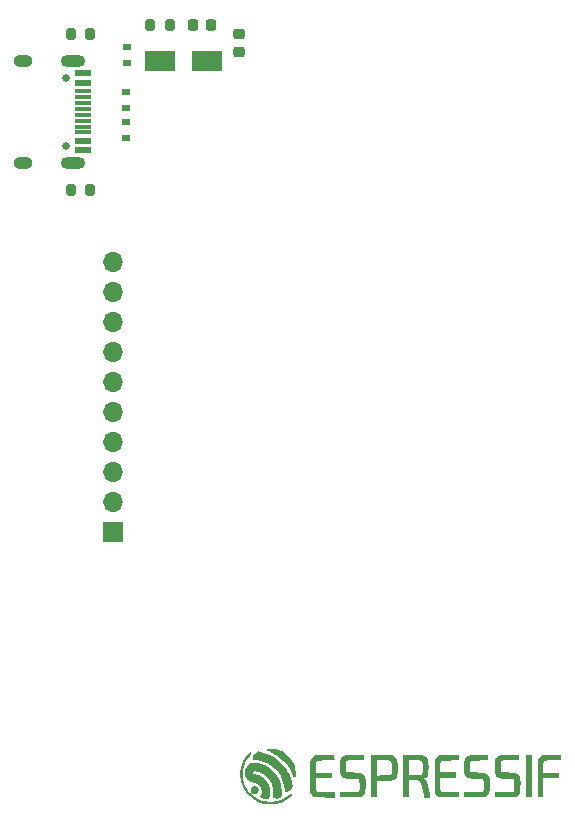
<source format=gbr>
%TF.GenerationSoftware,KiCad,Pcbnew,(6.0.9)*%
%TF.CreationDate,2022-11-14T09:49:53+08:00*%
%TF.ProjectId,YYSJ_2.1''_knob,5959534a-5f32-42e3-9127-275f6b6e6f62,rev?*%
%TF.SameCoordinates,Original*%
%TF.FileFunction,Soldermask,Top*%
%TF.FilePolarity,Negative*%
%FSLAX46Y46*%
G04 Gerber Fmt 4.6, Leading zero omitted, Abs format (unit mm)*
G04 Created by KiCad (PCBNEW (6.0.9)) date 2022-11-14 09:49:53*
%MOMM*%
%LPD*%
G01*
G04 APERTURE LIST*
G04 Aperture macros list*
%AMRoundRect*
0 Rectangle with rounded corners*
0 $1 Rounding radius*
0 $2 $3 $4 $5 $6 $7 $8 $9 X,Y pos of 4 corners*
0 Add a 4 corners polygon primitive as box body*
4,1,4,$2,$3,$4,$5,$6,$7,$8,$9,$2,$3,0*
0 Add four circle primitives for the rounded corners*
1,1,$1+$1,$2,$3*
1,1,$1+$1,$4,$5*
1,1,$1+$1,$6,$7*
1,1,$1+$1,$8,$9*
0 Add four rect primitives between the rounded corners*
20,1,$1+$1,$2,$3,$4,$5,0*
20,1,$1+$1,$4,$5,$6,$7,0*
20,1,$1+$1,$6,$7,$8,$9,0*
20,1,$1+$1,$8,$9,$2,$3,0*%
G04 Aperture macros list end*
%ADD10R,1.700000X1.700000*%
%ADD11O,1.700000X1.700000*%
%ADD12RoundRect,0.200000X-0.200000X-0.275000X0.200000X-0.275000X0.200000X0.275000X-0.200000X0.275000X0*%
%ADD13R,0.700000X0.600000*%
%ADD14C,0.650000*%
%ADD15R,1.450000X0.600000*%
%ADD16R,1.450000X0.300000*%
%ADD17O,2.100000X1.000000*%
%ADD18O,1.600000X1.000000*%
%ADD19RoundRect,0.218750X-0.218750X-0.256250X0.218750X-0.256250X0.218750X0.256250X-0.218750X0.256250X0*%
%ADD20R,2.500000X1.800000*%
%ADD21RoundRect,0.225000X0.250000X-0.225000X0.250000X0.225000X-0.250000X0.225000X-0.250000X-0.225000X0*%
G04 APERTURE END LIST*
%TO.C,G\u002A\u002A\u002A*%
G36*
X96147906Y-163452130D02*
G01*
X95662246Y-163452130D01*
X95662246Y-159874437D01*
X96147906Y-159874437D01*
X96147906Y-163452130D01*
G37*
G36*
X72769854Y-162511421D02*
G01*
X72857890Y-162552513D01*
X72927159Y-162617011D01*
X72974447Y-162701651D01*
X72996541Y-162803171D01*
X72997773Y-162833718D01*
X72983451Y-162936571D01*
X72940562Y-163024937D01*
X72870588Y-163096399D01*
X72816652Y-163129932D01*
X72751076Y-163151299D01*
X72671816Y-163159747D01*
X72592645Y-163155095D01*
X72527338Y-163137162D01*
X72520564Y-163133834D01*
X72432679Y-163071717D01*
X72372444Y-162992851D01*
X72340194Y-162897783D01*
X72334394Y-162828867D01*
X72348860Y-162724945D01*
X72389960Y-162636448D01*
X72454249Y-162566822D01*
X72538282Y-162519510D01*
X72638615Y-162497959D01*
X72666262Y-162496999D01*
X72769854Y-162511421D01*
G37*
G36*
X72845709Y-160534320D02*
G01*
X73015914Y-160563728D01*
X73194173Y-160609276D01*
X73278514Y-160635824D01*
X73539086Y-160739316D01*
X73782161Y-160869065D01*
X74006354Y-161023245D01*
X74210281Y-161200030D01*
X74392557Y-161397594D01*
X74551798Y-161614111D01*
X74686619Y-161847755D01*
X74795636Y-162096701D01*
X74877465Y-162359122D01*
X74930722Y-162633191D01*
X74950879Y-162841650D01*
X74953210Y-162928989D01*
X74951678Y-163027338D01*
X74946839Y-163129077D01*
X74939249Y-163226584D01*
X74929465Y-163312238D01*
X74918044Y-163378417D01*
X74909473Y-163408811D01*
X74893494Y-163429689D01*
X74858494Y-163452195D01*
X74800085Y-163478715D01*
X74733769Y-163504345D01*
X74571584Y-163564323D01*
X74371695Y-163506812D01*
X74296525Y-163485012D01*
X74233721Y-163466472D01*
X74189229Y-163452971D01*
X74169001Y-163446290D01*
X74168419Y-163445979D01*
X74170682Y-163429998D01*
X74179952Y-163391681D01*
X74192304Y-163346214D01*
X74203455Y-163297444D01*
X74211364Y-163238582D01*
X74216452Y-163163822D01*
X74219140Y-163067359D01*
X74219851Y-162966470D01*
X74217885Y-162824996D01*
X74210612Y-162706851D01*
X74196425Y-162603197D01*
X74173720Y-162505199D01*
X74140888Y-162404019D01*
X74097557Y-162293781D01*
X74000123Y-162099852D01*
X73874887Y-161915615D01*
X73725963Y-161745303D01*
X73557461Y-161593150D01*
X73373495Y-161463387D01*
X73200495Y-161370348D01*
X73108579Y-161332745D01*
X73003641Y-161297600D01*
X72895416Y-161267526D01*
X72793641Y-161245136D01*
X72708050Y-161233041D01*
X72684000Y-161231730D01*
X72631301Y-161233462D01*
X72597323Y-161244790D01*
X72568784Y-161270419D01*
X72566124Y-161273476D01*
X72533685Y-161329016D01*
X72531516Y-161381116D01*
X72557509Y-161426370D01*
X72609558Y-161461373D01*
X72685554Y-161482719D01*
X72696544Y-161484246D01*
X72903933Y-161526014D01*
X73100515Y-161596942D01*
X73283921Y-161694934D01*
X73451780Y-161817890D01*
X73601722Y-161963713D01*
X73731379Y-162130306D01*
X73838379Y-162315570D01*
X73920353Y-162517407D01*
X73941159Y-162586037D01*
X73960507Y-162679443D01*
X73974426Y-162799341D01*
X73981214Y-162911128D01*
X73981601Y-163080885D01*
X73967136Y-163230653D01*
X73936312Y-163369944D01*
X73887618Y-163508269D01*
X73885727Y-163512837D01*
X73836918Y-163630205D01*
X73761532Y-163628793D01*
X73709319Y-163624746D01*
X73639004Y-163615298D01*
X73564035Y-163602316D01*
X73548543Y-163599231D01*
X73470508Y-163580560D01*
X73405295Y-163557152D01*
X73339400Y-163523322D01*
X73277383Y-163485106D01*
X73220643Y-163447630D01*
X73175890Y-163416264D01*
X73149004Y-163395231D01*
X73143887Y-163389206D01*
X73151590Y-163370008D01*
X73170386Y-163335988D01*
X73173684Y-163330520D01*
X73230880Y-163206691D01*
X73261531Y-163070202D01*
X73265445Y-162927199D01*
X73242432Y-162783829D01*
X73194752Y-162651390D01*
X73115242Y-162513635D01*
X73017467Y-162400816D01*
X72899730Y-162311743D01*
X72760335Y-162245230D01*
X72597587Y-162200088D01*
X72534869Y-162189129D01*
X72374294Y-162149861D01*
X72230411Y-162083831D01*
X72105094Y-161992164D01*
X72000220Y-161875988D01*
X71990037Y-161861796D01*
X71918111Y-161745943D01*
X71869782Y-161633962D01*
X71840275Y-161514124D01*
X71835323Y-161481877D01*
X71827749Y-161316859D01*
X71849902Y-161158650D01*
X71899738Y-161010456D01*
X71975214Y-160875484D01*
X72074286Y-160756941D01*
X72194912Y-160658034D01*
X72335049Y-160581969D01*
X72430417Y-160547810D01*
X72548262Y-160525874D01*
X72688259Y-160521539D01*
X72845709Y-160534320D01*
G37*
G36*
X83387198Y-159874629D02*
G01*
X83584767Y-159874762D01*
X83752828Y-159875216D01*
X83894255Y-159876220D01*
X84011917Y-159878003D01*
X84108687Y-159880796D01*
X84187434Y-159884826D01*
X84251029Y-159890325D01*
X84302345Y-159897521D01*
X84344251Y-159906643D01*
X84379619Y-159917921D01*
X84411319Y-159931585D01*
X84442223Y-159947863D01*
X84464528Y-159960706D01*
X84522405Y-160002174D01*
X84585842Y-160059299D01*
X84645477Y-160122553D01*
X84691952Y-160182403D01*
X84707192Y-160207807D01*
X84722452Y-160240125D01*
X84734878Y-160274556D01*
X84744770Y-160314711D01*
X84752423Y-160364202D01*
X84758137Y-160426643D01*
X84762208Y-160505644D01*
X84764934Y-160604819D01*
X84766613Y-160727778D01*
X84767542Y-160878135D01*
X84767760Y-160942888D01*
X84768004Y-161097425D01*
X84767673Y-161223241D01*
X84766625Y-161323992D01*
X84764718Y-161403333D01*
X84761810Y-161464918D01*
X84757759Y-161512401D01*
X84752424Y-161549437D01*
X84745661Y-161579681D01*
X84742603Y-161590434D01*
X84691076Y-161714286D01*
X84617132Y-161824410D01*
X84525444Y-161915787D01*
X84420682Y-161983393D01*
X84351200Y-162011172D01*
X84321661Y-162019689D01*
X84291363Y-162026582D01*
X84256640Y-162032024D01*
X84213827Y-162036183D01*
X84159257Y-162039229D01*
X84089266Y-162041331D01*
X84000188Y-162042661D01*
X83888357Y-162043387D01*
X83750108Y-162043679D01*
X83648559Y-162043717D01*
X83051284Y-162043717D01*
X83051284Y-163452130D01*
X82549436Y-163452130D01*
X82549436Y-161608679D01*
X83051284Y-161608679D01*
X83565274Y-161603604D01*
X83709096Y-161602061D01*
X83824299Y-161600419D01*
X83914638Y-161598433D01*
X83983870Y-161595861D01*
X84035753Y-161592460D01*
X84074041Y-161587987D01*
X84102494Y-161582198D01*
X84124867Y-161574850D01*
X84144018Y-161566151D01*
X84204490Y-161521693D01*
X84245197Y-161461542D01*
X84256499Y-161437730D01*
X84265187Y-161413779D01*
X84271604Y-161385224D01*
X84276092Y-161347600D01*
X84278995Y-161296439D01*
X84280655Y-161227276D01*
X84281415Y-161135645D01*
X84281618Y-161017081D01*
X84281622Y-160987098D01*
X84281096Y-160842011D01*
X84279141Y-160725409D01*
X84275189Y-160633411D01*
X84268670Y-160562135D01*
X84259018Y-160507700D01*
X84245663Y-160466227D01*
X84228038Y-160433833D01*
X84205575Y-160406637D01*
X84195147Y-160396382D01*
X84169451Y-160373664D01*
X84143224Y-160355397D01*
X84112750Y-160341099D01*
X84074316Y-160330286D01*
X84024207Y-160322475D01*
X83958707Y-160317184D01*
X83874103Y-160313929D01*
X83766679Y-160312228D01*
X83632722Y-160311597D01*
X83542622Y-160311531D01*
X83051284Y-160311531D01*
X83051284Y-161608679D01*
X82549436Y-161608679D01*
X82549436Y-159874437D01*
X83387198Y-159874629D01*
G37*
G36*
X81918078Y-160327719D02*
G01*
X81217919Y-160327780D01*
X81048575Y-160327856D01*
X80908551Y-160328138D01*
X80794787Y-160328754D01*
X80704227Y-160329834D01*
X80633813Y-160331506D01*
X80580486Y-160333898D01*
X80541188Y-160337139D01*
X80512861Y-160341358D01*
X80492448Y-160346684D01*
X80476890Y-160353245D01*
X80465969Y-160359419D01*
X80439402Y-160378983D01*
X80418689Y-160404027D01*
X80403216Y-160438406D01*
X80392369Y-160485971D01*
X80385532Y-160550579D01*
X80382091Y-160636081D01*
X80381432Y-160746333D01*
X80382867Y-160880490D01*
X80388250Y-161233711D01*
X80441140Y-161286611D01*
X80494030Y-161339510D01*
X81007743Y-161348932D01*
X81156649Y-161351906D01*
X81277015Y-161354959D01*
X81372677Y-161358334D01*
X81447472Y-161362274D01*
X81505236Y-161367023D01*
X81549807Y-161372823D01*
X81585020Y-161379919D01*
X81610494Y-161387162D01*
X81748620Y-161442589D01*
X81858525Y-161511498D01*
X81942417Y-161596309D01*
X82002505Y-161699446D01*
X82040997Y-161823331D01*
X82049207Y-161868348D01*
X82054179Y-161919992D01*
X82057639Y-161997324D01*
X82059673Y-162094659D01*
X82060365Y-162206308D01*
X82059801Y-162326583D01*
X82058067Y-162449798D01*
X82055248Y-162570266D01*
X82051430Y-162682297D01*
X82046698Y-162780205D01*
X82041137Y-162858303D01*
X82034833Y-162910903D01*
X82033434Y-162918128D01*
X81987953Y-163067836D01*
X81921719Y-163194607D01*
X81835646Y-163297228D01*
X81730645Y-163374487D01*
X81667034Y-163404978D01*
X81570022Y-163444035D01*
X79894496Y-163453497D01*
X79894496Y-162998847D01*
X80654601Y-162998847D01*
X80848993Y-162998590D01*
X81012854Y-162997788D01*
X81148028Y-162996397D01*
X81256356Y-162994373D01*
X81339683Y-162991671D01*
X81399850Y-162988247D01*
X81438700Y-162984056D01*
X81457154Y-162979507D01*
X81482743Y-162965945D01*
X81502889Y-162948752D01*
X81518236Y-162924178D01*
X81529431Y-162888474D01*
X81537119Y-162837887D01*
X81541946Y-162768668D01*
X81544557Y-162677066D01*
X81545598Y-162559331D01*
X81545739Y-162464906D01*
X81545361Y-162327430D01*
X81543831Y-162218299D01*
X81540550Y-162133482D01*
X81534923Y-162068951D01*
X81526352Y-162020678D01*
X81514241Y-161984634D01*
X81497994Y-161956789D01*
X81477012Y-161933116D01*
X81465366Y-161922302D01*
X81453377Y-161913111D01*
X81437804Y-161905700D01*
X81415021Y-161899777D01*
X81381405Y-161895047D01*
X81333331Y-161891219D01*
X81267175Y-161887998D01*
X81179312Y-161885092D01*
X81066117Y-161882207D01*
X80932953Y-161879245D01*
X80800072Y-161875828D01*
X80676890Y-161871595D01*
X80567786Y-161866771D01*
X80477138Y-161861579D01*
X80409325Y-161856246D01*
X80368726Y-161850994D01*
X80364671Y-161850082D01*
X80240861Y-161804286D01*
X80128319Y-161735443D01*
X80033631Y-161648566D01*
X79963383Y-161548669D01*
X79959832Y-161541869D01*
X79940894Y-161499686D01*
X79925859Y-161452654D01*
X79914319Y-161396673D01*
X79905862Y-161327643D01*
X79900080Y-161241464D01*
X79896562Y-161134036D01*
X79894898Y-161001260D01*
X79894618Y-160889478D01*
X79895465Y-160725753D01*
X79898137Y-160590493D01*
X79902987Y-160479816D01*
X79910369Y-160389845D01*
X79920635Y-160316698D01*
X79934138Y-160256497D01*
X79951231Y-160205361D01*
X79958416Y-160188232D01*
X79996690Y-160121626D01*
X80049905Y-160054054D01*
X80108742Y-159996052D01*
X80160392Y-159959905D01*
X80193171Y-159943589D01*
X80225180Y-159929845D01*
X80259470Y-159918420D01*
X80299096Y-159909064D01*
X80347111Y-159901524D01*
X80406568Y-159895549D01*
X80480520Y-159890887D01*
X80572021Y-159887287D01*
X80684123Y-159884496D01*
X80819881Y-159882264D01*
X80982346Y-159880338D01*
X81145070Y-159878741D01*
X81918078Y-159871515D01*
X81918078Y-160327719D01*
G37*
G36*
X86065359Y-159890626D02*
G01*
X86263561Y-159890707D01*
X86432234Y-159891136D01*
X86574225Y-159892193D01*
X86692383Y-159894155D01*
X86789555Y-159897302D01*
X86868590Y-159901911D01*
X86932335Y-159908263D01*
X86983637Y-159916636D01*
X87025346Y-159927308D01*
X87060309Y-159940559D01*
X87091373Y-159956666D01*
X87121387Y-159975909D01*
X87150869Y-159996875D01*
X87215747Y-160052221D01*
X87267189Y-160116516D01*
X87307070Y-160194404D01*
X87337264Y-160290529D01*
X87359647Y-160409533D01*
X87375944Y-160554361D01*
X87381872Y-160647192D01*
X87385372Y-160757416D01*
X87386593Y-160878941D01*
X87385683Y-161005673D01*
X87382789Y-161131520D01*
X87378060Y-161250388D01*
X87371644Y-161356183D01*
X87363689Y-161442815D01*
X87354343Y-161504188D01*
X87352681Y-161511451D01*
X87312741Y-161624408D01*
X87253917Y-161711742D01*
X87174494Y-161775278D01*
X87072756Y-161816842D01*
X87063571Y-161819281D01*
X87009845Y-161835902D01*
X86987946Y-161850359D01*
X86997438Y-161863199D01*
X87021986Y-161871383D01*
X87055036Y-161886992D01*
X87099323Y-161916823D01*
X87126532Y-161938572D01*
X87158345Y-161967954D01*
X87186526Y-161999964D01*
X87212132Y-162037655D01*
X87236221Y-162084079D01*
X87259848Y-162142291D01*
X87284071Y-162215343D01*
X87309946Y-162306288D01*
X87338531Y-162418181D01*
X87370882Y-162554073D01*
X87408056Y-162717017D01*
X87430155Y-162815752D01*
X87460610Y-162952850D01*
X87488730Y-163080260D01*
X87513756Y-163194474D01*
X87534927Y-163291986D01*
X87551482Y-163369290D01*
X87562662Y-163422878D01*
X87567705Y-163449244D01*
X87567919Y-163451157D01*
X87551795Y-163458527D01*
X87503556Y-163463852D01*
X87423398Y-163467118D01*
X87311521Y-163468313D01*
X87301954Y-163468318D01*
X87035988Y-163468318D01*
X87017860Y-163375234D01*
X86973431Y-163149378D01*
X86933713Y-162953037D01*
X86898016Y-162783798D01*
X86865649Y-162639254D01*
X86835921Y-162516994D01*
X86808141Y-162414607D01*
X86781617Y-162329686D01*
X86755659Y-162259818D01*
X86729575Y-162202595D01*
X86702675Y-162155607D01*
X86674267Y-162116444D01*
X86648649Y-162087745D01*
X86614402Y-162055768D01*
X86578256Y-162030653D01*
X86535914Y-162011592D01*
X86483077Y-161997784D01*
X86415447Y-161988421D01*
X86328724Y-161982701D01*
X86218612Y-161979817D01*
X86080810Y-161978967D01*
X86067530Y-161978962D01*
X85706223Y-161978962D01*
X85706223Y-163452130D01*
X85236752Y-163452130D01*
X85236752Y-161541869D01*
X85706223Y-161541869D01*
X86212119Y-161540955D01*
X86381208Y-161540072D01*
X86519061Y-161538067D01*
X86626802Y-161534898D01*
X86705554Y-161530525D01*
X86756440Y-161524908D01*
X86774675Y-161520719D01*
X86805758Y-161508395D01*
X86830589Y-161492580D01*
X86849861Y-161469771D01*
X86864268Y-161436466D01*
X86874504Y-161389165D01*
X86881264Y-161324364D01*
X86885242Y-161238563D01*
X86887131Y-161128259D01*
X86887627Y-160989951D01*
X86887614Y-160950983D01*
X86887055Y-160793456D01*
X86884551Y-160665234D01*
X86878467Y-160563244D01*
X86867171Y-160484416D01*
X86849030Y-160425678D01*
X86822410Y-160383959D01*
X86785678Y-160356186D01*
X86737201Y-160339289D01*
X86675344Y-160330196D01*
X86598476Y-160325836D01*
X86554458Y-160324486D01*
X86481218Y-160323156D01*
X86384344Y-160322399D01*
X86272577Y-160322229D01*
X86154655Y-160322660D01*
X86042138Y-160323672D01*
X85706223Y-160327719D01*
X85706223Y-161541869D01*
X85236752Y-161541869D01*
X85236752Y-159890626D01*
X86065359Y-159890626D01*
G37*
G36*
X95030889Y-160327719D02*
G01*
X94330729Y-160327780D01*
X94161386Y-160327856D01*
X94021361Y-160328138D01*
X93907598Y-160328754D01*
X93817038Y-160329834D01*
X93746624Y-160331506D01*
X93693296Y-160333898D01*
X93653998Y-160337139D01*
X93625672Y-160341358D01*
X93605259Y-160346684D01*
X93589701Y-160353245D01*
X93578780Y-160359419D01*
X93552368Y-160378843D01*
X93531773Y-160403682D01*
X93516380Y-160437793D01*
X93505574Y-160485031D01*
X93498741Y-160549254D01*
X93495268Y-160634317D01*
X93494539Y-160744077D01*
X93495900Y-160879672D01*
X93501061Y-161233725D01*
X93553951Y-161286618D01*
X93606841Y-161339510D01*
X94120554Y-161348932D01*
X94269460Y-161351906D01*
X94389826Y-161354959D01*
X94485488Y-161358334D01*
X94560283Y-161362274D01*
X94618047Y-161367023D01*
X94662617Y-161372823D01*
X94697830Y-161379919D01*
X94723304Y-161387162D01*
X94847536Y-161434930D01*
X94945154Y-161490906D01*
X95021683Y-161559382D01*
X95082648Y-161644657D01*
X95102777Y-161682144D01*
X95126148Y-161736942D01*
X95144519Y-161799783D01*
X95158237Y-161874447D01*
X95167646Y-161964714D01*
X95173092Y-162074364D01*
X95174920Y-162207177D01*
X95173475Y-162366932D01*
X95172033Y-162440339D01*
X95167232Y-162603707D01*
X95160248Y-162739055D01*
X95150389Y-162850705D01*
X95136966Y-162942978D01*
X95119286Y-163020199D01*
X95096660Y-163086688D01*
X95068395Y-163146768D01*
X95055411Y-163169880D01*
X94991714Y-163253563D01*
X94906502Y-163330155D01*
X94810574Y-163390545D01*
X94774251Y-163407071D01*
X94753352Y-163415284D01*
X94732779Y-163422198D01*
X94709646Y-163427942D01*
X94681066Y-163432647D01*
X94644153Y-163436442D01*
X94596021Y-163439456D01*
X94533783Y-163441819D01*
X94454553Y-163443660D01*
X94355445Y-163445109D01*
X94233572Y-163446295D01*
X94086049Y-163447348D01*
X93909988Y-163448398D01*
X93845070Y-163448766D01*
X93007307Y-163453497D01*
X93007307Y-162998847D01*
X93757664Y-162998847D01*
X93966154Y-162998466D01*
X94142720Y-162997317D01*
X94287804Y-162995388D01*
X94401850Y-162992671D01*
X94485302Y-162989155D01*
X94538602Y-162984831D01*
X94559494Y-162980904D01*
X94587877Y-162969258D01*
X94610270Y-162953913D01*
X94627378Y-162931195D01*
X94639906Y-162897430D01*
X94648561Y-162848944D01*
X94654046Y-162782062D01*
X94657068Y-162693112D01*
X94658331Y-162578420D01*
X94658550Y-162464906D01*
X94658172Y-162327430D01*
X94656641Y-162218299D01*
X94653361Y-162133482D01*
X94647733Y-162068951D01*
X94639163Y-162020678D01*
X94627052Y-161984634D01*
X94610804Y-161956789D01*
X94589823Y-161933116D01*
X94578176Y-161922302D01*
X94566188Y-161913111D01*
X94550614Y-161905700D01*
X94527832Y-161899777D01*
X94494216Y-161895047D01*
X94446142Y-161891219D01*
X94379986Y-161887998D01*
X94292122Y-161885092D01*
X94178927Y-161882207D01*
X94045764Y-161879245D01*
X93912883Y-161875828D01*
X93789701Y-161871595D01*
X93680597Y-161866771D01*
X93589949Y-161861579D01*
X93522135Y-161856246D01*
X93481536Y-161850994D01*
X93477481Y-161850082D01*
X93342296Y-161799710D01*
X93224857Y-161723474D01*
X93128044Y-161623712D01*
X93057903Y-161509491D01*
X93045708Y-161483359D01*
X93036060Y-161459142D01*
X93028612Y-161432745D01*
X93023015Y-161400072D01*
X93018924Y-161357028D01*
X93015991Y-161299516D01*
X93013868Y-161223440D01*
X93012210Y-161124705D01*
X93010668Y-160999215D01*
X93010054Y-160944860D01*
X93008791Y-160779490D01*
X93009293Y-160642522D01*
X93011889Y-160530013D01*
X93016910Y-160438021D01*
X93024686Y-160362602D01*
X93035547Y-160299812D01*
X93049824Y-160245710D01*
X93067847Y-160196352D01*
X93073971Y-160182021D01*
X93116551Y-160109051D01*
X93175643Y-160038114D01*
X93240942Y-159980643D01*
X93274420Y-159959619D01*
X93306676Y-159943376D01*
X93338337Y-159929690D01*
X93372445Y-159918312D01*
X93412044Y-159908990D01*
X93460176Y-159901474D01*
X93519883Y-159895515D01*
X93594209Y-159890861D01*
X93686195Y-159887264D01*
X93798885Y-159884472D01*
X93935322Y-159882236D01*
X94098547Y-159880304D01*
X94257880Y-159878741D01*
X95030889Y-159871515D01*
X95030889Y-160327719D01*
G37*
G36*
X78680347Y-159878248D02*
G01*
X79416931Y-159882531D01*
X79421429Y-160104183D01*
X79425926Y-160325835D01*
X78722432Y-160330824D01*
X78553059Y-160332069D01*
X78413038Y-160333282D01*
X78299345Y-160334622D01*
X78208956Y-160336247D01*
X78138846Y-160338313D01*
X78085990Y-160340980D01*
X78047365Y-160344403D01*
X78019946Y-160348742D01*
X78000709Y-160354154D01*
X77986629Y-160360796D01*
X77974681Y-160368826D01*
X77973256Y-160369883D01*
X77933303Y-160408029D01*
X77897575Y-160454989D01*
X77895197Y-160458921D01*
X77885312Y-160477870D01*
X77877558Y-160499927D01*
X77871608Y-160529235D01*
X77867137Y-160569938D01*
X77863817Y-160626179D01*
X77861322Y-160702100D01*
X77859326Y-160801844D01*
X77857502Y-160929556D01*
X77857383Y-160938841D01*
X77851946Y-161363793D01*
X79214573Y-161363793D01*
X79214573Y-161800887D01*
X77852670Y-161800887D01*
X77857745Y-162314877D01*
X77859287Y-162458700D01*
X77860930Y-162573902D01*
X77862916Y-162664241D01*
X77865487Y-162733473D01*
X77868889Y-162785356D01*
X77873362Y-162823645D01*
X77879151Y-162852097D01*
X77886498Y-162874470D01*
X77895197Y-162893621D01*
X77909451Y-162921496D01*
X77923820Y-162944738D01*
X77941208Y-162963769D01*
X77964522Y-162979010D01*
X77996667Y-162990882D01*
X78040549Y-162999805D01*
X78099074Y-163006201D01*
X78175147Y-163010491D01*
X78271674Y-163013096D01*
X78391560Y-163014437D01*
X78537712Y-163014935D01*
X78713035Y-163015010D01*
X78732960Y-163015011D01*
X79425025Y-163015036D01*
X79425025Y-163468318D01*
X78684394Y-163467031D01*
X78493799Y-163466454D01*
X78332972Y-163465389D01*
X78199304Y-163463764D01*
X78090187Y-163461506D01*
X78003014Y-163458543D01*
X77935178Y-163454802D01*
X77884071Y-163450209D01*
X77847085Y-163444693D01*
X77841219Y-163443487D01*
X77710146Y-163399733D01*
X77598120Y-163330421D01*
X77506748Y-163237272D01*
X77437638Y-163122007D01*
X77392398Y-162986348D01*
X77386261Y-162956408D01*
X77382555Y-162919114D01*
X77379288Y-162850105D01*
X77376469Y-162750043D01*
X77374105Y-162619588D01*
X77372206Y-162459399D01*
X77370781Y-162270138D01*
X77369838Y-162052465D01*
X77369385Y-161807039D01*
X77369347Y-161664357D01*
X77369464Y-161425665D01*
X77369777Y-161217035D01*
X77370410Y-161036151D01*
X77371483Y-160880699D01*
X77373121Y-160748363D01*
X77375444Y-160636828D01*
X77378576Y-160543780D01*
X77382640Y-160466901D01*
X77387757Y-160403878D01*
X77394050Y-160352396D01*
X77401642Y-160310138D01*
X77410654Y-160274790D01*
X77421211Y-160244036D01*
X77433433Y-160215562D01*
X77447443Y-160187051D01*
X77447493Y-160186954D01*
X77514365Y-160089614D01*
X77606209Y-160005740D01*
X77716931Y-159939679D01*
X77840435Y-159895779D01*
X77862820Y-159890717D01*
X77900903Y-159886501D01*
X77969558Y-159883059D01*
X78066988Y-159880418D01*
X78191397Y-159878607D01*
X78340989Y-159877651D01*
X78513966Y-159877580D01*
X78680347Y-159878248D01*
G37*
G36*
X73111450Y-159592276D02*
G01*
X73416091Y-159660768D01*
X73714516Y-159759641D01*
X74004114Y-159887100D01*
X74282273Y-160041350D01*
X74546384Y-160220595D01*
X74793836Y-160423041D01*
X75022019Y-160646893D01*
X75228321Y-160890355D01*
X75410132Y-161151632D01*
X75432836Y-161188464D01*
X75541646Y-161385160D01*
X75642223Y-161600886D01*
X75730802Y-161825913D01*
X75803617Y-162050514D01*
X75856902Y-162264960D01*
X75864481Y-162303613D01*
X75899440Y-162490661D01*
X75830365Y-162605983D01*
X75785988Y-162674452D01*
X75730383Y-162752391D01*
X75674027Y-162825245D01*
X75661987Y-162839840D01*
X75562683Y-162958376D01*
X75391808Y-162962946D01*
X75220934Y-162967515D01*
X75201892Y-162760587D01*
X75159675Y-162457786D01*
X75090022Y-162171873D01*
X74992402Y-161901723D01*
X74866283Y-161646214D01*
X74711135Y-161404220D01*
X74526425Y-161174617D01*
X74379625Y-161021029D01*
X74172698Y-160839622D01*
X73945952Y-160679744D01*
X73703433Y-160543195D01*
X73449188Y-160431776D01*
X73187264Y-160347288D01*
X72921708Y-160291531D01*
X72686497Y-160267576D01*
X72496281Y-160258201D01*
X72496281Y-159906895D01*
X72629837Y-159800556D01*
X72699971Y-159746901D01*
X72775039Y-159692984D01*
X72842963Y-159647359D01*
X72868620Y-159631430D01*
X72973846Y-159568644D01*
X73111450Y-159592276D01*
G37*
G36*
X72321854Y-159652592D02*
G01*
X72334394Y-159663985D01*
X72358935Y-159696345D01*
X72365983Y-159730910D01*
X72353971Y-159772207D01*
X72321336Y-159824763D01*
X72266513Y-159893107D01*
X72247693Y-159914866D01*
X72073052Y-160137944D01*
X71927910Y-160374206D01*
X71811770Y-160624638D01*
X71724138Y-160890229D01*
X71691960Y-161023832D01*
X71680390Y-161087037D01*
X71672086Y-161156053D01*
X71666628Y-161237345D01*
X71663597Y-161337382D01*
X71662573Y-161462631D01*
X71662565Y-161477114D01*
X71663561Y-161614354D01*
X71667318Y-161727249D01*
X71674991Y-161823790D01*
X71687733Y-161911969D01*
X71706701Y-161999779D01*
X71733048Y-162095210D01*
X71767862Y-162206055D01*
X71866357Y-162459048D01*
X71990195Y-162694107D01*
X72137216Y-162910201D01*
X72305257Y-163106299D01*
X72492156Y-163281368D01*
X72695752Y-163434379D01*
X72913881Y-163564298D01*
X73144383Y-163670095D01*
X73385094Y-163750738D01*
X73633854Y-163805197D01*
X73888500Y-163832438D01*
X74146869Y-163831433D01*
X74406801Y-163801147D01*
X74666133Y-163740552D01*
X74851921Y-163677323D01*
X75082973Y-163573459D01*
X75301773Y-163444726D01*
X75513430Y-163287971D01*
X75593524Y-163219987D01*
X75657526Y-163167114D01*
X75705419Y-163135947D01*
X75742036Y-163123499D01*
X75750501Y-163122960D01*
X75805651Y-163134345D01*
X75837861Y-163168576D01*
X75847332Y-163219834D01*
X75843090Y-163253998D01*
X75826841Y-163286042D01*
X75793308Y-163324302D01*
X75762342Y-163354038D01*
X75539823Y-163539655D01*
X75302152Y-163696693D01*
X75049695Y-163824993D01*
X74782816Y-163924392D01*
X74501881Y-163994730D01*
X74220372Y-164034665D01*
X74127835Y-164042623D01*
X74053542Y-164047061D01*
X73986456Y-164047961D01*
X73915538Y-164045306D01*
X73829749Y-164039078D01*
X73770224Y-164033945D01*
X73491837Y-163993431D01*
X73222397Y-163923062D01*
X72964002Y-163824490D01*
X72718751Y-163699364D01*
X72488742Y-163549335D01*
X72276074Y-163376054D01*
X72082846Y-163181171D01*
X71911157Y-162966336D01*
X71763105Y-162733200D01*
X71640789Y-162483414D01*
X71574032Y-162306821D01*
X71535483Y-162186682D01*
X71505921Y-162080338D01*
X71484222Y-161980121D01*
X71469262Y-161878365D01*
X71459917Y-161767401D01*
X71455063Y-161639562D01*
X71453575Y-161487181D01*
X71453573Y-161485208D01*
X71453863Y-161361138D01*
X71455277Y-161263089D01*
X71458247Y-161184714D01*
X71463206Y-161119664D01*
X71470587Y-161061591D01*
X71480824Y-161004148D01*
X71489074Y-160964779D01*
X71566629Y-160681732D01*
X71672489Y-160412293D01*
X71805626Y-160158521D01*
X71965014Y-159922476D01*
X72077120Y-159785304D01*
X72146594Y-159710470D01*
X72202329Y-159661420D01*
X72247802Y-159636516D01*
X72286485Y-159634119D01*
X72321854Y-159652592D01*
G37*
G36*
X92440704Y-160326750D02*
G01*
X91000624Y-160335814D01*
X90910876Y-160425526D01*
X90906016Y-160812949D01*
X90904755Y-160947593D01*
X90905164Y-161053792D01*
X90907876Y-161135464D01*
X90913526Y-161196526D01*
X90922748Y-161240893D01*
X90936176Y-161272483D01*
X90954445Y-161295212D01*
X90978190Y-161312997D01*
X90987940Y-161318795D01*
X91009830Y-161325385D01*
X91052239Y-161331105D01*
X91117373Y-161336078D01*
X91207438Y-161340423D01*
X91324639Y-161344265D01*
X91471184Y-161347723D01*
X91534139Y-161348946D01*
X91678564Y-161351771D01*
X91794721Y-161354525D01*
X91886718Y-161357506D01*
X91958660Y-161361011D01*
X92014655Y-161365336D01*
X92058811Y-161370779D01*
X92095234Y-161377637D01*
X92128032Y-161386208D01*
X92151763Y-161393624D01*
X92286092Y-161451802D01*
X92395120Y-161530088D01*
X92478750Y-161628390D01*
X92536887Y-161746615D01*
X92546309Y-161775495D01*
X92554156Y-161819409D01*
X92560557Y-161890391D01*
X92565513Y-161983164D01*
X92569025Y-162092450D01*
X92571093Y-162212972D01*
X92571717Y-162339453D01*
X92570898Y-162466615D01*
X92568636Y-162589183D01*
X92564931Y-162701877D01*
X92559785Y-162799422D01*
X92553198Y-162876540D01*
X92546207Y-162923324D01*
X92501493Y-163072919D01*
X92436043Y-163199153D01*
X92350588Y-163301046D01*
X92245860Y-163377619D01*
X92184733Y-163406822D01*
X92163823Y-163415052D01*
X92143329Y-163421986D01*
X92120379Y-163427753D01*
X92092103Y-163432480D01*
X92055630Y-163436297D01*
X92008089Y-163439332D01*
X91946610Y-163441712D01*
X91868322Y-163443566D01*
X91770354Y-163445024D01*
X91649835Y-163446212D01*
X91503894Y-163447260D01*
X91329662Y-163448295D01*
X91246791Y-163448760D01*
X90400933Y-163453485D01*
X90400933Y-162999745D01*
X91970519Y-162990753D01*
X92015395Y-162945895D01*
X92060270Y-162901036D01*
X92065104Y-162487207D01*
X92066467Y-162360160D01*
X92067046Y-162261107D01*
X92066572Y-162185668D01*
X92064773Y-162129466D01*
X92061379Y-162088119D01*
X92056120Y-162057250D01*
X92048726Y-162032478D01*
X92038926Y-162009425D01*
X92035116Y-162001446D01*
X92017250Y-161966743D01*
X91998522Y-161939494D01*
X91974996Y-161918797D01*
X91942736Y-161903753D01*
X91897804Y-161893462D01*
X91836263Y-161887024D01*
X91754177Y-161883540D01*
X91647609Y-161882108D01*
X91512623Y-161881830D01*
X91511831Y-161881830D01*
X91330849Y-161880591D01*
X91178494Y-161876386D01*
X91051098Y-161868487D01*
X90944987Y-161856165D01*
X90856492Y-161838693D01*
X90781940Y-161815340D01*
X90717661Y-161785378D01*
X90659984Y-161748079D01*
X90605236Y-161702714D01*
X90604062Y-161701642D01*
X90551430Y-161648705D01*
X90508059Y-161592705D01*
X90473303Y-161530270D01*
X90446514Y-161458029D01*
X90427048Y-161372608D01*
X90414258Y-161270635D01*
X90407499Y-161148738D01*
X90406123Y-161003544D01*
X90409486Y-160831681D01*
X90413748Y-160708153D01*
X90419218Y-160576135D01*
X90424492Y-160472158D01*
X90429984Y-160391892D01*
X90436111Y-160331006D01*
X90443286Y-160285169D01*
X90451924Y-160250051D01*
X90459772Y-160227743D01*
X90515384Y-160117181D01*
X90585401Y-160030996D01*
X90673277Y-159966824D01*
X90782464Y-159922300D01*
X90916412Y-159895058D01*
X90951348Y-159890961D01*
X91001697Y-159887436D01*
X91079931Y-159884166D01*
X91181558Y-159881242D01*
X91302086Y-159878750D01*
X91437022Y-159876781D01*
X91581875Y-159875422D01*
X91732153Y-159874764D01*
X91772922Y-159874718D01*
X92440704Y-159874437D01*
X92440704Y-160326750D01*
G37*
G36*
X98608581Y-160327719D02*
G01*
X97948894Y-160327745D01*
X97776354Y-160327824D01*
X97633118Y-160328310D01*
X97516112Y-160329592D01*
X97422261Y-160332063D01*
X97348493Y-160336112D01*
X97291733Y-160342131D01*
X97248908Y-160350511D01*
X97216944Y-160361644D01*
X97192767Y-160375919D01*
X97173304Y-160393728D01*
X97155480Y-160415462D01*
X97144659Y-160430052D01*
X97134924Y-160444810D01*
X97127216Y-160462093D01*
X97121250Y-160485729D01*
X97116741Y-160519548D01*
X97113403Y-160567376D01*
X97110952Y-160633043D01*
X97109103Y-160720376D01*
X97107570Y-160833204D01*
X97106383Y-160944042D01*
X97101635Y-161412359D01*
X98414318Y-161412359D01*
X98414318Y-161849453D01*
X97103037Y-161849453D01*
X97103037Y-163452130D01*
X96616747Y-163452130D01*
X96625471Y-160335814D01*
X96664528Y-160238801D01*
X96720290Y-160137913D01*
X96799776Y-160044839D01*
X96894410Y-159968154D01*
X96981741Y-159921700D01*
X97004649Y-159912685D01*
X97026526Y-159905162D01*
X97050435Y-159898974D01*
X97079442Y-159893966D01*
X97116611Y-159889981D01*
X97165007Y-159886863D01*
X97227693Y-159884455D01*
X97307734Y-159882601D01*
X97408195Y-159881144D01*
X97532141Y-159879929D01*
X97682634Y-159878799D01*
X97843668Y-159877722D01*
X98608581Y-159872690D01*
X98608581Y-160327719D01*
G37*
G36*
X74241121Y-159338785D02*
G01*
X74499384Y-159383116D01*
X74744642Y-159457087D01*
X74977066Y-159560767D01*
X75196824Y-159694225D01*
X75404084Y-159857529D01*
X75508012Y-159955298D01*
X75686344Y-160154619D01*
X75835415Y-160367730D01*
X75955022Y-160594138D01*
X76044960Y-160833347D01*
X76105025Y-161084862D01*
X76135012Y-161348189D01*
X76138663Y-161480745D01*
X76138728Y-161686735D01*
X76094209Y-161709383D01*
X76034309Y-161735957D01*
X75991876Y-161746641D01*
X75971975Y-161740838D01*
X75962733Y-161720443D01*
X75945323Y-161678383D01*
X75923266Y-161623189D01*
X75919936Y-161614717D01*
X75838634Y-161428914D01*
X75737323Y-161232061D01*
X75621330Y-161033267D01*
X75495982Y-160841641D01*
X75366606Y-160666291D01*
X75361298Y-160659587D01*
X75224316Y-160500764D01*
X75064171Y-160338201D01*
X74888373Y-160178524D01*
X74704431Y-160028360D01*
X74519857Y-159894336D01*
X74421565Y-159830383D01*
X74340973Y-159783258D01*
X74240749Y-159729103D01*
X74130049Y-159672471D01*
X74018032Y-159617911D01*
X73913855Y-159569977D01*
X73826675Y-159533220D01*
X73813338Y-159528083D01*
X73697700Y-159484401D01*
X73723344Y-159404212D01*
X73748987Y-159324023D01*
X73969686Y-159324023D01*
X74241121Y-159338785D01*
G37*
G36*
X88933851Y-159867877D02*
G01*
X89107472Y-159869349D01*
X89231303Y-159870744D01*
X89931462Y-159879156D01*
X89931462Y-160326740D01*
X88508960Y-160335814D01*
X88460872Y-160381898D01*
X88436772Y-160408503D01*
X88417711Y-160439549D01*
X88403122Y-160478955D01*
X88392435Y-160530640D01*
X88385083Y-160598522D01*
X88380499Y-160686520D01*
X88378114Y-160798554D01*
X88377359Y-160938543D01*
X88377351Y-160958151D01*
X88377351Y-161347605D01*
X89737198Y-161347605D01*
X89737198Y-161784698D01*
X88375711Y-161784698D01*
X88380578Y-162314877D01*
X88382030Y-162460877D01*
X88383568Y-162578099D01*
X88385419Y-162670139D01*
X88387807Y-162740597D01*
X88390960Y-162793069D01*
X88395101Y-162831155D01*
X88400457Y-162858452D01*
X88407254Y-162878558D01*
X88415718Y-162895072D01*
X88417112Y-162897407D01*
X88431842Y-162920943D01*
X88446988Y-162940523D01*
X88465498Y-162956513D01*
X88490318Y-162969276D01*
X88524397Y-162979175D01*
X88570683Y-162986575D01*
X88632124Y-162991838D01*
X88711667Y-162995329D01*
X88812260Y-162997412D01*
X88936851Y-162998450D01*
X89088388Y-162998807D01*
X89239146Y-162998847D01*
X89385054Y-162999000D01*
X89520700Y-162999436D01*
X89642712Y-163000123D01*
X89747719Y-163001029D01*
X89832350Y-163002121D01*
X89893235Y-163003366D01*
X89927003Y-163004732D01*
X89932811Y-163005539D01*
X89934934Y-163023287D01*
X89936057Y-163067282D01*
X89936130Y-163131406D01*
X89935104Y-163209544D01*
X89934633Y-163232180D01*
X89929710Y-163452130D01*
X89157578Y-163451221D01*
X88978071Y-163450938D01*
X88827866Y-163450472D01*
X88703888Y-163449710D01*
X88603062Y-163448535D01*
X88522312Y-163446835D01*
X88458565Y-163444495D01*
X88408744Y-163441399D01*
X88369776Y-163437434D01*
X88338583Y-163432485D01*
X88312092Y-163426437D01*
X88287227Y-163419177D01*
X88285934Y-163418768D01*
X88187757Y-163373379D01*
X88093822Y-163304056D01*
X88013861Y-163218775D01*
X87978908Y-163167181D01*
X87963426Y-163140503D01*
X87949902Y-163115283D01*
X87938206Y-163089244D01*
X87928202Y-163060108D01*
X87919760Y-163025600D01*
X87912745Y-162983443D01*
X87907024Y-162931358D01*
X87902466Y-162867070D01*
X87898937Y-162788302D01*
X87896303Y-162692776D01*
X87894433Y-162578216D01*
X87893193Y-162442345D01*
X87892450Y-162282886D01*
X87892072Y-162097562D01*
X87891926Y-161884096D01*
X87891884Y-161676222D01*
X87891891Y-161435563D01*
X87892066Y-161225006D01*
X87892520Y-161042273D01*
X87893364Y-160885087D01*
X87894710Y-160751173D01*
X87896668Y-160638254D01*
X87899350Y-160544053D01*
X87902868Y-160466294D01*
X87907332Y-160402700D01*
X87912854Y-160350995D01*
X87919546Y-160308903D01*
X87927517Y-160274146D01*
X87936881Y-160244449D01*
X87947747Y-160217535D01*
X87960228Y-160191127D01*
X87964939Y-160181701D01*
X88012940Y-160109382D01*
X88080976Y-160035975D01*
X88158582Y-159971267D01*
X88235296Y-159925046D01*
X88242966Y-159921624D01*
X88278582Y-159907827D01*
X88317420Y-159896349D01*
X88362508Y-159887037D01*
X88416874Y-159879732D01*
X88483546Y-159874280D01*
X88565551Y-159870524D01*
X88665919Y-159868309D01*
X88787676Y-159867479D01*
X88933851Y-159867877D01*
G37*
%TD*%
D10*
%TO.C,J3*%
X60629000Y-140960000D03*
D11*
X60629000Y-138420000D03*
X60629000Y-135880000D03*
X60629000Y-133340000D03*
X60629000Y-130800000D03*
X60629000Y-128260000D03*
X60629000Y-125720000D03*
X60629000Y-123180000D03*
X60629000Y-120640000D03*
X60629000Y-118100000D03*
%TD*%
D12*
%TO.C,R3*%
X63811500Y-98044000D03*
X65461500Y-98044000D03*
%TD*%
D13*
%TO.C,D2*%
X61785000Y-107634000D03*
X61785000Y-106234000D03*
%TD*%
%TO.C,D3*%
X61817000Y-99884000D03*
X61817000Y-101284000D03*
%TD*%
%TO.C,D1*%
X61785000Y-103694000D03*
X61785000Y-105094000D03*
%TD*%
D14*
%TO.C,J1*%
X56713000Y-108300000D03*
X56713000Y-102520000D03*
D15*
X58158000Y-102160000D03*
X58158000Y-102960000D03*
D16*
X58158000Y-104160000D03*
X58158000Y-105160000D03*
X58158000Y-105660000D03*
X58158000Y-106660000D03*
D15*
X58158000Y-107860000D03*
X58158000Y-108660000D03*
X58158000Y-108660000D03*
X58158000Y-107860000D03*
D16*
X58158000Y-107160000D03*
X58158000Y-106160000D03*
X58158000Y-104660000D03*
X58158000Y-103660000D03*
D15*
X58158000Y-102960000D03*
X58158000Y-102160000D03*
D17*
X57243000Y-101090000D03*
D18*
X53063000Y-101090000D03*
D17*
X57243000Y-109730000D03*
D18*
X53063000Y-109730000D03*
%TD*%
D19*
%TO.C,D5*%
X67405000Y-98044000D03*
X68980000Y-98044000D03*
%TD*%
D12*
%TO.C,R1*%
X57078000Y-98806000D03*
X58728000Y-98806000D03*
%TD*%
D20*
%TO.C,D4*%
X68643000Y-101092000D03*
X64643000Y-101092000D03*
%TD*%
D21*
%TO.C,C1*%
X71310000Y-100343000D03*
X71310000Y-98793000D03*
%TD*%
D12*
%TO.C,R2*%
X57087000Y-112014000D03*
X58737000Y-112014000D03*
%TD*%
M02*

</source>
